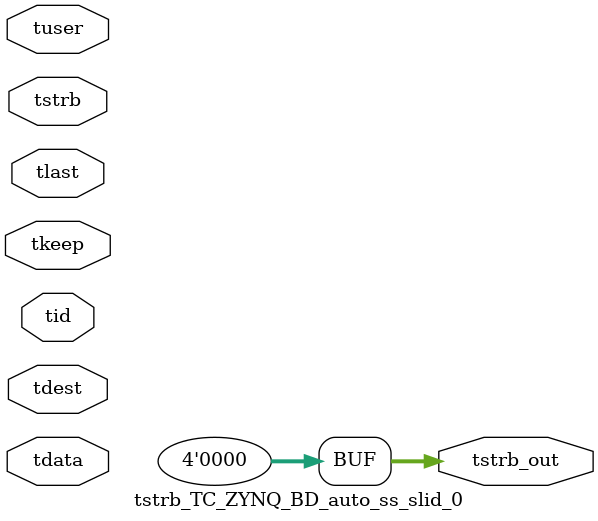
<source format=v>


`timescale 1ps/1ps

module tstrb_TC_ZYNQ_BD_auto_ss_slid_0 #
(
parameter C_S_AXIS_TDATA_WIDTH = 32,
parameter C_S_AXIS_TUSER_WIDTH = 0,
parameter C_S_AXIS_TID_WIDTH   = 0,
parameter C_S_AXIS_TDEST_WIDTH = 0,
parameter C_M_AXIS_TDATA_WIDTH = 32
)
(
input  [(C_S_AXIS_TDATA_WIDTH == 0 ? 1 : C_S_AXIS_TDATA_WIDTH)-1:0     ] tdata,
input  [(C_S_AXIS_TUSER_WIDTH == 0 ? 1 : C_S_AXIS_TUSER_WIDTH)-1:0     ] tuser,
input  [(C_S_AXIS_TID_WIDTH   == 0 ? 1 : C_S_AXIS_TID_WIDTH)-1:0       ] tid,
input  [(C_S_AXIS_TDEST_WIDTH == 0 ? 1 : C_S_AXIS_TDEST_WIDTH)-1:0     ] tdest,
input  [(C_S_AXIS_TDATA_WIDTH/8)-1:0 ] tkeep,
input  [(C_S_AXIS_TDATA_WIDTH/8)-1:0 ] tstrb,
input                                                                    tlast,
output [(C_M_AXIS_TDATA_WIDTH/8)-1:0 ] tstrb_out
);

assign tstrb_out = {1'b0};

endmodule


</source>
